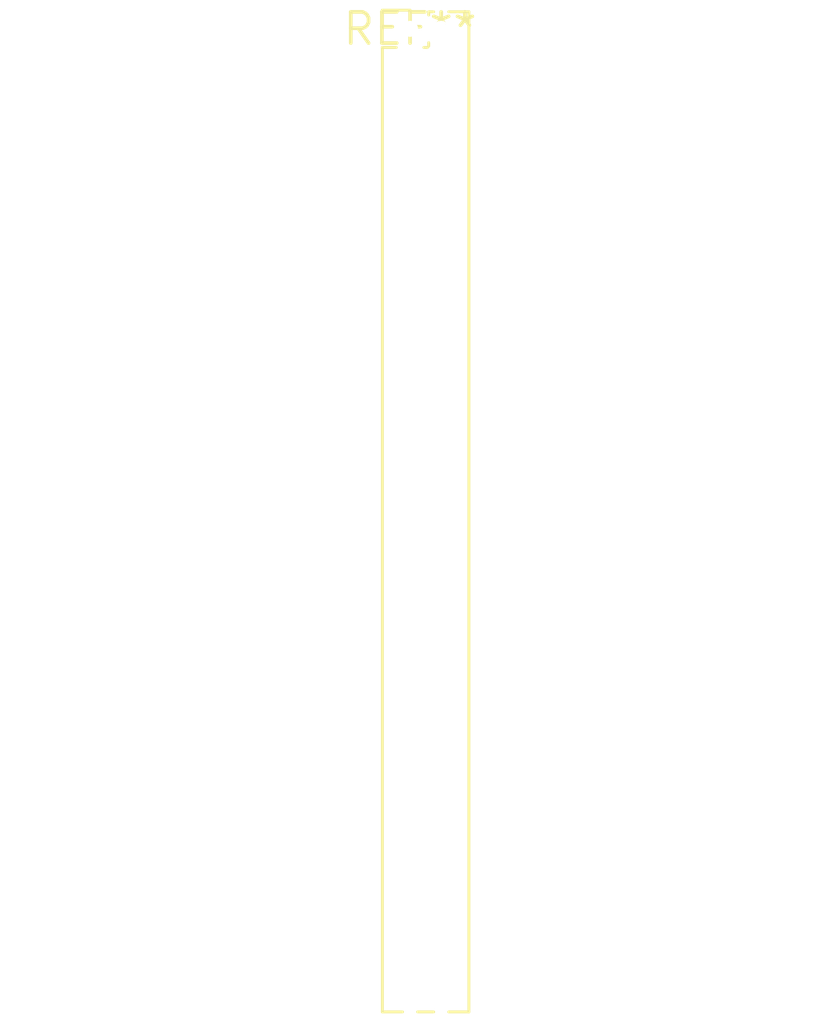
<source format=kicad_pcb>
(kicad_pcb (version 20240108) (generator pcbnew)
  (layers (0 "F.Cu" signal) (31 "B.Cu" signal) (34 "B.Paste" user) (35 "F.Paste" user) (36 "B.SilkS" user "B.Silkscreen") (37 "F.SilkS" user "F.Silkscreen") (38 "B.Mask" user) (39 "F.Mask" user) (44 "Edge.Cuts" user))
  (net 0 "")
  (footprint "PinHeader_2x32_P1.27mm_Vertical" (layer "F.Cu") (at 0 0)
    (property "Reference" "REF**")
    (property "Value" "PinHeader_2x32_P1.27mm_Vertical")
    (fp_line (start -1.13 -0.76) (end 0 -0.76) (layer "F.SilkS") (stroke (width 0.12)))
    (fp_line (start -1.13 0) (end -1.13 -0.76) (layer "F.SilkS") (stroke (width 0.12)))
    (fp_line (start -1.13 0.76) (end -1.13 40.065) (layer "F.SilkS") (stroke (width 0.12)))
    (fp_line (start -1.13 0.76) (end -0.563471 0.76) (layer "F.SilkS") (stroke (width 0.12)))
    (fp_line (start -1.13 40.065) (end -0.30753 40.065) (layer "F.SilkS") (stroke (width 0.12)))
    (fp_line (start 0.30753 40.065) (end 0.96247 40.065) (layer "F.SilkS") (stroke (width 0.12)))
    (fp_line (start 0.563471 0.76) (end 0.706529 0.76) (layer "F.SilkS") (stroke (width 0.12)))
    (fp_line (start 0.76 -0.695) (end 0.96247 -0.695) (layer "F.SilkS") (stroke (width 0.12)))
    (fp_line (start 0.76 -0.563471) (end 0.76 -0.695) (layer "F.SilkS") (stroke (width 0.12)))
    (fp_line (start 0.76 0.706529) (end 0.76 0.563471) (layer "F.SilkS") (stroke (width 0.12)))
    (fp_line (start 1.57753 -0.695) (end 2.4 -0.695) (layer "F.SilkS") (stroke (width 0.12)))
    (fp_line (start 1.57753 40.065) (end 2.4 40.065) (layer "F.SilkS") (stroke (width 0.12)))
    (fp_line (start 2.4 -0.695) (end 2.4 40.065) (layer "F.SilkS") (stroke (width 0.12)))
    (pad "1" thru_hole rect (at 0 0) (size 1 1) (drill 0.65) (layers *.Cu *.Mask) (remove_unused_layers))
    (pad "2" thru_hole oval (at 1.27 0) (size 1 1) (drill 0.65) (layers *.Cu *.Mask) (remove_unused_layers))
    (pad "3" thru_hole oval (at 0 1.27) (size 1 1) (drill 0.65) (layers *.Cu *.Mask) (remove_unused_layers))
    (pad "4" thru_hole oval (at 1.27 1.27) (size 1 1) (drill 0.65) (layers *.Cu *.Mask) (remove_unused_layers))
    (pad "5" thru_hole oval (at 0 2.54) (size 1 1) (drill 0.65) (layers *.Cu *.Mask) (remove_unused_layers))
    (pad "6" thru_hole oval (at 1.27 2.54) (size 1 1) (drill 0.65) (layers *.Cu *.Mask) (remove_unused_layers))
    (pad "7" thru_hole oval (at 0 3.81) (size 1 1) (drill 0.65) (layers *.Cu *.Mask) (remove_unused_layers))
    (pad "8" thru_hole oval (at 1.27 3.81) (size 1 1) (drill 0.65) (layers *.Cu *.Mask) (remove_unused_layers))
    (pad "9" thru_hole oval (at 0 5.08) (size 1 1) (drill 0.65) (layers *.Cu *.Mask) (remove_unused_layers))
    (pad "10" thru_hole oval (at 1.27 5.08) (size 1 1) (drill 0.65) (layers *.Cu *.Mask) (remove_unused_layers))
    (pad "11" thru_hole oval (at 0 6.35) (size 1 1) (drill 0.65) (layers *.Cu *.Mask) (remove_unused_layers))
    (pad "12" thru_hole oval (at 1.27 6.35) (size 1 1) (drill 0.65) (layers *.Cu *.Mask) (remove_unused_layers))
    (pad "13" thru_hole oval (at 0 7.62) (size 1 1) (drill 0.65) (layers *.Cu *.Mask) (remove_unused_layers))
    (pad "14" thru_hole oval (at 1.27 7.62) (size 1 1) (drill 0.65) (layers *.Cu *.Mask) (remove_unused_layers))
    (pad "15" thru_hole oval (at 0 8.89) (size 1 1) (drill 0.65) (layers *.Cu *.Mask) (remove_unused_layers))
    (pad "16" thru_hole oval (at 1.27 8.89) (size 1 1) (drill 0.65) (layers *.Cu *.Mask) (remove_unused_layers))
    (pad "17" thru_hole oval (at 0 10.16) (size 1 1) (drill 0.65) (layers *.Cu *.Mask) (remove_unused_layers))
    (pad "18" thru_hole oval (at 1.27 10.16) (size 1 1) (drill 0.65) (layers *.Cu *.Mask) (remove_unused_layers))
    (pad "19" thru_hole oval (at 0 11.43) (size 1 1) (drill 0.65) (layers *.Cu *.Mask) (remove_unused_layers))
    (pad "20" thru_hole oval (at 1.27 11.43) (size 1 1) (drill 0.65) (layers *.Cu *.Mask) (remove_unused_layers))
    (pad "21" thru_hole oval (at 0 12.7) (size 1 1) (drill 0.65) (layers *.Cu *.Mask) (remove_unused_layers))
    (pad "22" thru_hole oval (at 1.27 12.7) (size 1 1) (drill 0.65) (layers *.Cu *.Mask) (remove_unused_layers))
    (pad "23" thru_hole oval (at 0 13.97) (size 1 1) (drill 0.65) (layers *.Cu *.Mask) (remove_unused_layers))
    (pad "24" thru_hole oval (at 1.27 13.97) (size 1 1) (drill 0.65) (layers *.Cu *.Mask) (remove_unused_layers))
    (pad "25" thru_hole oval (at 0 15.24) (size 1 1) (drill 0.65) (layers *.Cu *.Mask) (remove_unused_layers))
    (pad "26" thru_hole oval (at 1.27 15.24) (size 1 1) (drill 0.65) (layers *.Cu *.Mask) (remove_unused_layers))
    (pad "27" thru_hole oval (at 0 16.51) (size 1 1) (drill 0.65) (layers *.Cu *.Mask) (remove_unused_layers))
    (pad "28" thru_hole oval (at 1.27 16.51) (size 1 1) (drill 0.65) (layers *.Cu *.Mask) (remove_unused_layers))
    (pad "29" thru_hole oval (at 0 17.78) (size 1 1) (drill 0.65) (layers *.Cu *.Mask) (remove_unused_layers))
    (pad "30" thru_hole oval (at 1.27 17.78) (size 1 1) (drill 0.65) (layers *.Cu *.Mask) (remove_unused_layers))
    (pad "31" thru_hole oval (at 0 19.05) (size 1 1) (drill 0.65) (layers *.Cu *.Mask) (remove_unused_layers))
    (pad "32" thru_hole oval (at 1.27 19.05) (size 1 1) (drill 0.65) (layers *.Cu *.Mask) (remove_unused_layers))
    (pad "33" thru_hole oval (at 0 20.32) (size 1 1) (drill 0.65) (layers *.Cu *.Mask) (remove_unused_layers))
    (pad "34" thru_hole oval (at 1.27 20.32) (size 1 1) (drill 0.65) (layers *.Cu *.Mask) (remove_unused_layers))
    (pad "35" thru_hole oval (at 0 21.59) (size 1 1) (drill 0.65) (layers *.Cu *.Mask) (remove_unused_layers))
    (pad "36" thru_hole oval (at 1.27 21.59) (size 1 1) (drill 0.65) (layers *.Cu *.Mask) (remove_unused_layers))
    (pad "37" thru_hole oval (at 0 22.86) (size 1 1) (drill 0.65) (layers *.Cu *.Mask) (remove_unused_layers))
    (pad "38" thru_hole oval (at 1.27 22.86) (size 1 1) (drill 0.65) (layers *.Cu *.Mask) (remove_unused_layers))
    (pad "39" thru_hole oval (at 0 24.13) (size 1 1) (drill 0.65) (layers *.Cu *.Mask) (remove_unused_layers))
    (pad "40" thru_hole oval (at 1.27 24.13) (size 1 1) (drill 0.65) (layers *.Cu *.Mask) (remove_unused_layers))
    (pad "41" thru_hole oval (at 0 25.4) (size 1 1) (drill 0.65) (layers *.Cu *.Mask) (remove_unused_layers))
    (pad "42" thru_hole oval (at 1.27 25.4) (size 1 1) (drill 0.65) (layers *.Cu *.Mask) (remove_unused_layers))
    (pad "43" thru_hole oval (at 0 26.67) (size 1 1) (drill 0.65) (layers *.Cu *.Mask) (remove_unused_layers))
    (pad "44" thru_hole oval (at 1.27 26.67) (size 1 1) (drill 0.65) (layers *.Cu *.Mask) (remove_unused_layers))
    (pad "45" thru_hole oval (at 0 27.94) (size 1 1) (drill 0.65) (layers *.Cu *.Mask) (remove_unused_layers))
    (pad "46" thru_hole oval (at 1.27 27.94) (size 1 1) (drill 0.65) (layers *.Cu *.Mask) (remove_unused_layers))
    (pad "47" thru_hole oval (at 0 29.21) (size 1 1) (drill 0.65) (layers *.Cu *.Mask) (remove_unused_layers))
    (pad "48" thru_hole oval (at 1.27 29.21) (size 1 1) (drill 0.65) (layers *.Cu *.Mask) (remove_unused_layers))
    (pad "49" thru_hole oval (at 0 30.48) (size 1 1) (drill 0.65) (layers *.Cu *.Mask) (remove_unused_layers))
    (pad "50" thru_hole oval (at 1.27 30.48) (size 1 1) (drill 0.65) (layers *.Cu *.Mask) (remove_unused_layers))
    (pad "51" thru_hole oval (at 0 31.75) (size 1 1) (drill 0.65) (layers *.Cu *.Mask) (remove_unused_layers))
    (pad "52" thru_hole oval (at 1.27 31.75) (size 1 1) (drill 0.65) (layers *.Cu *.Mask) (remove_unused_layers))
    (pad "53" thru_hole oval (at 0 33.02) (size 1 1) (drill 0.65) (layers *.Cu *.Mask) (remove_unused_layers))
    (pad "54" thru_hole oval (at 1.27 33.02) (size 1 1) (drill 0.65) (layers *.Cu *.Mask) (remove_unused_layers))
    (pad "55" thru_hole oval (at 0 34.29) (size 1 1) (drill 0.65) (layers *.Cu *.Mask) (remove_unused_layers))
    (pad "56" thru_hole oval (at 1.27 34.29) (size 1 1) (drill 0.65) (layers *.Cu *.Mask) (remove_unused_layers))
    (pad "57" thru_hole oval (at 0 35.56) (size 1 1) (drill 0.65) (layers *.Cu *.Mask) (remove_unused_layers))
    (pad "58" thru_hole oval (at 1.27 35.56) (size 1 1) (drill 0.65) (layers *.Cu *.Mask) (remove_unused_layers))
    (pad "59" thru_hole oval (at 0 36.83) (size 1 1) (drill 0.65) (layers *.Cu *.Mask) (remove_unused_layers))
    (pad "60" thru_hole oval (at 1.27 36.83) (size 1 1) (drill 0.65) (layers *.Cu *.Mask) (remove_unused_layers))
    (pad "61" thru_hole oval (at 0 38.1) (size 1 1) (drill 0.65) (layers *.Cu *.Mask) (remove_unused_layers))
    (pad "62" thru_hole oval (at 1.27 38.1) (size 1 1) (drill 0.65) (layers *.Cu *.Mask) (remove_unused_layers))
    (pad "63" thru_hole oval (at 0 39.37) (size 1 1) (drill 0.65) (layers *.Cu *.Mask) (remove_unused_layers))
    (pad "64" thru_hole oval (at 1.27 39.37) (size 1 1) (drill 0.65) (layers *.Cu *.Mask) (remove_unused_layers))
  )
)
</source>
